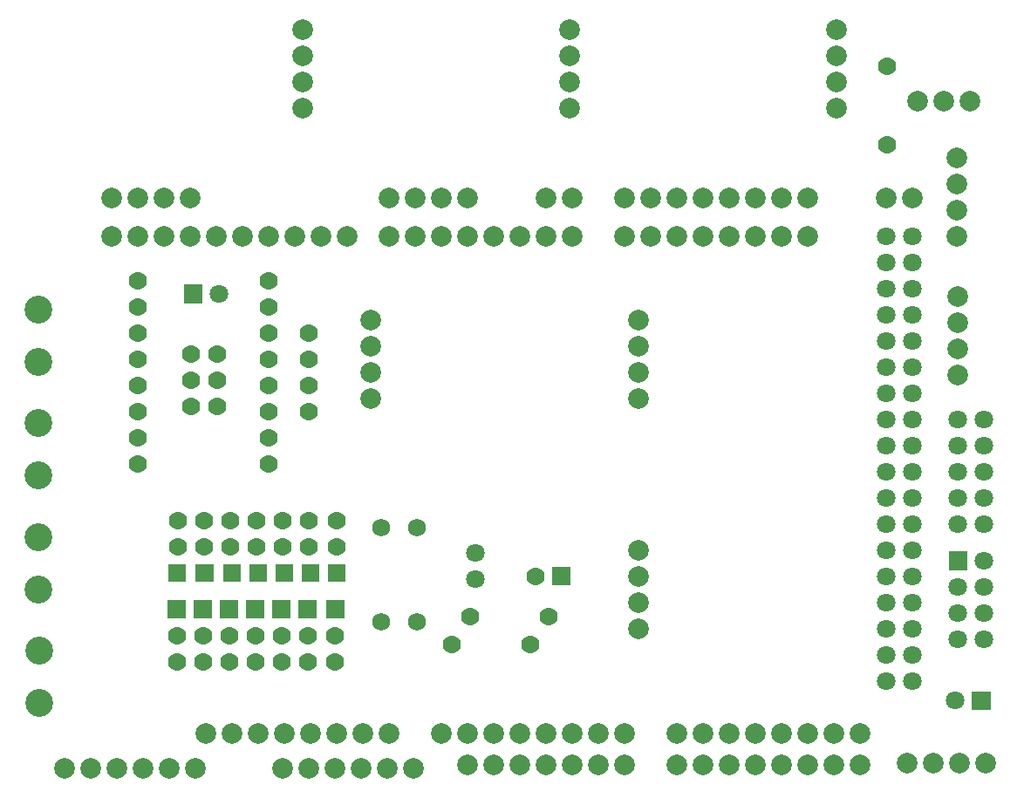
<source format=gbs>
G04 Layer: BottomSolderMaskLayer*
G04 EasyEDA v6.4.19.2, 2021-05-28T18:10:01+02:00*
G04 3d613cfe214941e49b762df90ee4d122,cfe1dd9c90504c3bbdd6ef614714b9c7,10*
G04 Gerber Generator version 0.2*
G04 Scale: 100 percent, Rotated: No, Reflected: No *
G04 Dimensions in inches *
G04 leading zeros omitted , absolute positions ,3 integer and 6 decimal *
%FSLAX36Y36*%
%MOIN*%

%ADD38C,0.0789*%
%ADD39C,0.0710*%
%ADD40C,0.0698*%
%ADD43C,0.1064*%
%ADD44C,0.0680*%

%LPD*%
D38*
G01*
X2590000Y1995000D03*
G01*
X2590000Y2095000D03*
G01*
X2590000Y2195000D03*
G01*
X2590000Y2295000D03*
D39*
G01*
X985000Y2395000D03*
D40*
G01*
X980000Y1965000D03*
G01*
X980000Y2065000D03*
G01*
X980000Y2165000D03*
G01*
X880000Y2165000D03*
G01*
X880000Y2065000D03*
G01*
X880000Y1965000D03*
G01*
X1330000Y2245000D03*
G01*
X1330000Y2045000D03*
G01*
X1330000Y1945000D03*
G36*
X990100Y1154099D02*
G01*
X990100Y1223899D01*
X1059899Y1223899D01*
X1059899Y1154099D01*
G37*
G01*
X1025000Y1089000D03*
G36*
X1090100Y1154099D02*
G01*
X1090100Y1223899D01*
X1159899Y1223899D01*
X1159899Y1154099D01*
G37*
G01*
X1125000Y1089000D03*
G01*
X1125000Y989000D03*
G36*
X1190100Y1154099D02*
G01*
X1190100Y1223899D01*
X1259899Y1223899D01*
X1259899Y1154099D01*
G37*
G01*
X1225000Y1089000D03*
G01*
X1225000Y989000D03*
G36*
X1290100Y1154099D02*
G01*
X1290100Y1223899D01*
X1359899Y1223899D01*
X1359899Y1154099D01*
G37*
G01*
X1325000Y1089000D03*
G01*
X1325000Y989000D03*
G01*
X1430000Y989000D03*
G01*
X1430000Y1089000D03*
G36*
X1395100Y1154099D02*
G01*
X1395100Y1223899D01*
X1464899Y1223899D01*
X1464899Y1154099D01*
G37*
G36*
X890100Y1154099D02*
G01*
X890100Y1223899D01*
X959899Y1223899D01*
X959899Y1154099D01*
G37*
G01*
X925000Y1089000D03*
G01*
X925000Y989000D03*
G01*
X1025000Y989000D03*
G01*
X930200Y1428020D03*
G01*
X930200Y1528020D03*
G36*
X1400299Y1293099D02*
G01*
X1400299Y1362899D01*
X1470100Y1362899D01*
X1470100Y1293099D01*
G37*
G36*
X895299Y1293099D02*
G01*
X895299Y1362899D01*
X965100Y1362899D01*
X965100Y1293099D01*
G37*
G01*
X1435200Y1528020D03*
G01*
X1435200Y1428020D03*
G01*
X1330200Y1428020D03*
G01*
X1330200Y1528020D03*
G36*
X1000299Y1293099D02*
G01*
X1000299Y1362899D01*
X1070100Y1362899D01*
X1070100Y1293099D01*
G37*
G01*
X1230200Y1428020D03*
G01*
X1230200Y1528020D03*
G36*
X1100299Y1293099D02*
G01*
X1100299Y1362899D01*
X1170100Y1362899D01*
X1170100Y1293099D01*
G37*
G01*
X1130200Y1428020D03*
G01*
X1130200Y1528020D03*
G36*
X1200299Y1293099D02*
G01*
X1200299Y1362899D01*
X1270100Y1362899D01*
X1270100Y1293099D01*
G37*
G01*
X1030200Y1428020D03*
G01*
X1030200Y1528020D03*
G36*
X1300299Y1293099D02*
G01*
X1300299Y1362899D01*
X1370100Y1362899D01*
X1370100Y1293099D01*
G37*
G01*
X1330000Y2145000D03*
G01*
X825000Y989000D03*
G01*
X825000Y1089000D03*
G36*
X790100Y1154099D02*
G01*
X790100Y1223899D01*
X859899Y1223899D01*
X859899Y1154099D01*
G37*
D38*
G01*
X1565000Y2295000D03*
G01*
X1565000Y2195000D03*
G01*
X1565000Y2095000D03*
G01*
X1565000Y1995000D03*
G01*
X2590000Y1415000D03*
G01*
X2590000Y1315000D03*
G01*
X2590000Y1215000D03*
G01*
X2590000Y1115000D03*
G01*
X3345000Y3105000D03*
G01*
X3345000Y3205000D03*
G01*
X3345000Y3305000D03*
G01*
X3345000Y3405000D03*
G01*
X2325000Y3405000D03*
G01*
X2325000Y3305000D03*
G01*
X2325000Y3205000D03*
G01*
X2325000Y3105000D03*
G01*
X1305000Y3405000D03*
G01*
X1305000Y3305000D03*
G01*
X1305000Y3205000D03*
G01*
X1305000Y3105000D03*
G01*
X695000Y580000D03*
G01*
X795000Y580000D03*
G01*
X895000Y580000D03*
G01*
X1330000Y580000D03*
G01*
X1430000Y580000D03*
G01*
X1530000Y580000D03*
G01*
X1630000Y580000D03*
G01*
X1935000Y595000D03*
G01*
X2035000Y595000D03*
G01*
X2135000Y595000D03*
G01*
X2235000Y595000D03*
G01*
X2335000Y595000D03*
G01*
X2435000Y595000D03*
G01*
X2535000Y595000D03*
G01*
X2735000Y595000D03*
G01*
X2835000Y595000D03*
G01*
X2935000Y595000D03*
G01*
X3035000Y595000D03*
G01*
X3135000Y595000D03*
G01*
X3235000Y595000D03*
G01*
X3335000Y595000D03*
G01*
X3435000Y595000D03*
D39*
G01*
X3910000Y1275000D03*
G01*
X3810000Y1275000D03*
G36*
X3774499Y1339499D02*
G01*
X3774499Y1410500D01*
X3845500Y1410500D01*
X3845500Y1339499D01*
G37*
G01*
X3910000Y1375000D03*
G01*
X3810000Y1175000D03*
G01*
X3910000Y1175000D03*
G01*
X3810000Y1075000D03*
G01*
X3910000Y1075000D03*
G36*
X2260100Y1280100D02*
G01*
X2260100Y1349899D01*
X2329899Y1349899D01*
X2329899Y1280100D01*
G37*
D40*
G01*
X2195000Y1315000D03*
D38*
G01*
X3615000Y600000D03*
G01*
X3815000Y600000D03*
G01*
X3715000Y600000D03*
G01*
X3915000Y600000D03*
G01*
X495000Y580000D03*
G01*
X595000Y580000D03*
G01*
X1730000Y580000D03*
G01*
X395000Y580000D03*
G01*
X1330000Y580000D03*
G01*
X1230000Y580000D03*
D39*
G01*
X3910000Y1515000D03*
G01*
X3810000Y1515000D03*
G01*
X3810000Y1615000D03*
G01*
X3910000Y1615000D03*
G01*
X3910000Y1715000D03*
G01*
X3810000Y1715000D03*
G01*
X3810000Y1815000D03*
G01*
X3910000Y1815000D03*
G01*
X3810000Y1915000D03*
G01*
X3910000Y1915000D03*
G36*
X790299Y1293099D02*
G01*
X790299Y1362899D01*
X860100Y1362899D01*
X860100Y1293099D01*
G37*
D40*
G01*
X830200Y1528020D03*
G01*
X830200Y1428000D03*
D38*
G01*
X2635000Y2760000D03*
G01*
X2735000Y2760000D03*
G01*
X2835000Y2760000D03*
G01*
X2935000Y2760000D03*
G01*
X3035000Y2760000D03*
G01*
X3135000Y2760000D03*
G01*
X3235000Y2760000D03*
G01*
X2535000Y2760000D03*
G01*
X2235000Y2760000D03*
G01*
X2335000Y2760000D03*
G01*
X575000Y2760000D03*
G01*
X675000Y2760000D03*
G01*
X775000Y2760000D03*
G01*
X875000Y2760000D03*
G01*
X1635000Y2760000D03*
G01*
X1735000Y2760000D03*
G01*
X1835000Y2760000D03*
G01*
X1935000Y2760000D03*
G01*
X3635000Y2760000D03*
G01*
X3535000Y2760000D03*
G01*
X3805000Y2915000D03*
G01*
X3805000Y2815000D03*
G01*
X3805000Y2715000D03*
G01*
X3805000Y2615000D03*
G01*
X3809799Y2085000D03*
G01*
X3809799Y2185000D03*
G01*
X3809799Y2285000D03*
G01*
X3809799Y2385000D03*
G01*
X3655000Y3130000D03*
G01*
X3755000Y3130000D03*
G01*
X3855000Y3130000D03*
D39*
G01*
X985000Y2395000D03*
G36*
X851099Y2359499D02*
G01*
X851099Y2430500D01*
X922100Y2430500D01*
X922100Y2359499D01*
G37*
D40*
G01*
X1175000Y2245000D03*
G01*
X1175000Y2345000D03*
G01*
X1175000Y2445000D03*
G01*
X1175000Y2145000D03*
G01*
X1175000Y2045000D03*
G01*
X1175000Y1945000D03*
G01*
X1175000Y1845000D03*
G01*
X1175000Y1745000D03*
G01*
X675000Y1745000D03*
G01*
X675000Y1845000D03*
G01*
X675000Y1945000D03*
G01*
X675000Y2045000D03*
G01*
X675000Y2145000D03*
G01*
X675000Y2245000D03*
G01*
X675000Y2345000D03*
G01*
X675000Y2445000D03*
D43*
G01*
X295000Y2335000D03*
G01*
X295000Y2135000D03*
G01*
X295000Y1900000D03*
G01*
X295000Y1700000D03*
D40*
G01*
X1945000Y1160000D03*
G01*
X2245000Y1160000D03*
D43*
G01*
X300000Y1030000D03*
G01*
X300000Y830000D03*
G01*
X295000Y1465000D03*
G01*
X295000Y1265000D03*
D40*
G01*
X1875000Y1055000D03*
G01*
X2175000Y1055000D03*
D44*
G01*
X1605000Y1500000D03*
G01*
X1743500Y1500000D03*
G01*
X1605000Y1140000D03*
G01*
X1743500Y1140000D03*
D39*
G01*
X1965000Y1405000D03*
G01*
X1965000Y1305000D03*
G01*
X3800000Y840000D03*
G36*
X3862899Y804499D02*
G01*
X3862899Y875500D01*
X3933900Y875500D01*
X3933900Y804499D01*
G37*
D38*
G01*
X775000Y2615000D03*
G01*
X675000Y2615000D03*
G01*
X2835000Y715000D03*
G01*
X2935000Y715000D03*
G01*
X3035000Y715000D03*
G01*
X3135000Y715000D03*
G01*
X3235000Y715000D03*
G01*
X3335000Y715000D03*
G01*
X3435000Y715000D03*
G01*
X2735000Y715000D03*
G01*
X2635000Y2615000D03*
G01*
X2735000Y2615000D03*
G01*
X2835000Y2615000D03*
G01*
X2935000Y2615000D03*
G01*
X3035000Y2615000D03*
G01*
X3135000Y2615000D03*
G01*
X3235000Y2615000D03*
G01*
X2535000Y2615000D03*
G01*
X1935000Y715000D03*
G01*
X2035000Y715000D03*
G01*
X2135000Y715000D03*
G01*
X2235000Y715000D03*
G01*
X2335000Y715000D03*
G01*
X2435000Y715000D03*
G01*
X2535000Y715000D03*
G01*
X1835000Y715000D03*
G01*
X1735000Y2615000D03*
G01*
X1835000Y2615000D03*
G01*
X1935000Y2615000D03*
G01*
X2035000Y2615000D03*
G01*
X2135000Y2615000D03*
G01*
X2235000Y2615000D03*
G01*
X2335000Y2615000D03*
G01*
X1635000Y2615000D03*
G01*
X875000Y2615000D03*
G01*
X975000Y2615000D03*
G01*
X1075000Y2615000D03*
G01*
X1175000Y2615000D03*
G01*
X1275000Y2615000D03*
G01*
X1375000Y2615000D03*
G01*
X1475000Y2615000D03*
D39*
G01*
X3635000Y1815000D03*
G01*
X3535000Y1815000D03*
G01*
X3635000Y1915000D03*
G01*
X3535000Y1915000D03*
G01*
X3635000Y2015000D03*
G01*
X3535000Y2015000D03*
G01*
X3635000Y2115000D03*
G01*
X3535000Y2115000D03*
G01*
X3635000Y2215000D03*
G01*
X3535000Y2215000D03*
G01*
X3635000Y2315000D03*
G01*
X3535000Y2315000D03*
G01*
X3635000Y2415000D03*
G01*
X3535000Y2415000D03*
G01*
X3635000Y2515000D03*
G01*
X3535000Y2515000D03*
G01*
X3635000Y1015000D03*
G01*
X3535000Y1015000D03*
G01*
X3635000Y1115000D03*
G01*
X3535000Y1115000D03*
G01*
X3635000Y1215000D03*
G01*
X3535000Y1215000D03*
G01*
X3635000Y1315000D03*
G01*
X3535000Y1315000D03*
G01*
X3635000Y1415000D03*
G01*
X3535000Y1415000D03*
G01*
X3635000Y1515000D03*
G01*
X3535000Y1515000D03*
G01*
X3635000Y1615000D03*
G01*
X3535000Y1615000D03*
G01*
X3635000Y1715000D03*
G01*
X3535000Y1715000D03*
G01*
X3535000Y915000D03*
G01*
X3635000Y915000D03*
G01*
X3535000Y2615000D03*
G01*
X3635000Y2615000D03*
D38*
G01*
X1135000Y715000D03*
G01*
X1235000Y715000D03*
G01*
X1335000Y715000D03*
G01*
X1435000Y715000D03*
G01*
X1535000Y715000D03*
G01*
X1635000Y715000D03*
G01*
X1035000Y715000D03*
G01*
X935000Y715000D03*
G01*
X575000Y2615000D03*
D40*
G01*
X3540000Y3265000D03*
G01*
X3540000Y2965000D03*
M02*

</source>
